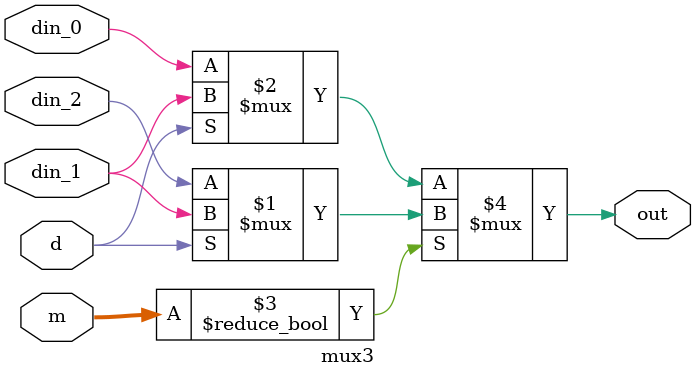
<source format=v>
module  mux3(din_0, din_1, din_2, d, m, out);

    input din_0, din_1, din_2, d;
    input [1:0] m;
    output wire out;

    assign out = (m) ? (d) ? din_1 : din_2 : (d) ? din_1 : din_0;

endmodule

</source>
